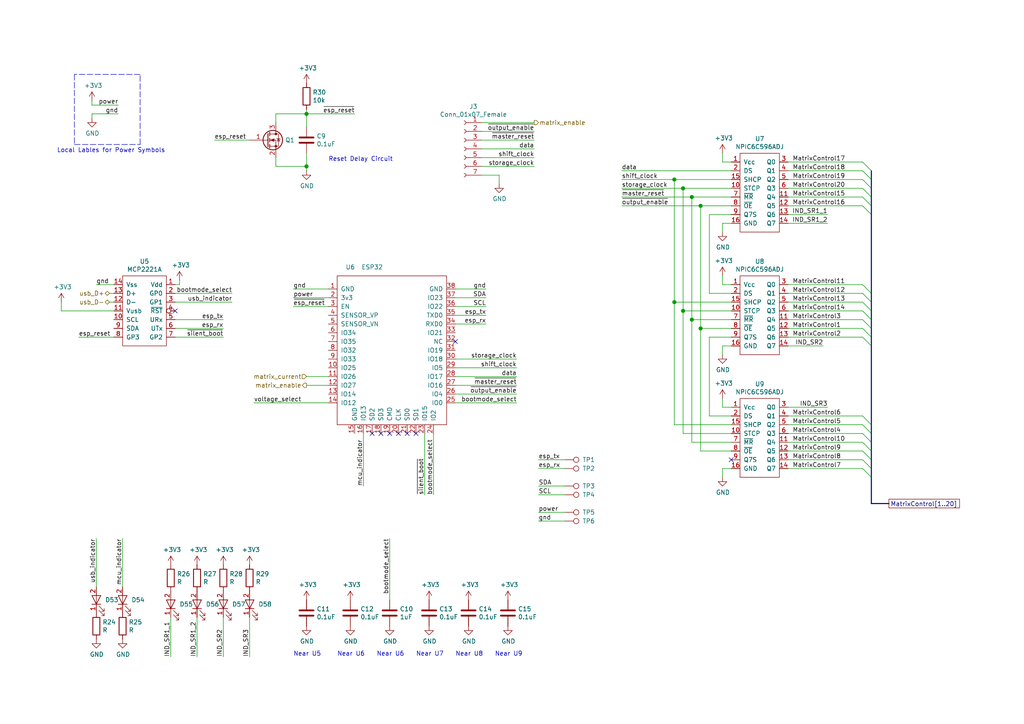
<source format=kicad_sch>
(kicad_sch (version 20201015) (generator eeschema)
  (page 1 14)
  (paper "A4")
  (lib_symbols
    (symbol "Connector:Conn_01x07_Female" (pin_names (offset 1.016) hide)
      (property "Reference" "J" (at 0 10.16 0))
      (property "Value" "Conn_01x07_Female" (at 0 -10.16 0))
      (symbol "Conn_01x07_Female_1_1"
        (arc (start 0 -7.112) (end 0 -8.128) (radius (at 0 -7.62) (length 0.508) (angles 90.1 -90.1)) (stroke (width 0.1524)))
        (arc (start 0 -4.572) (end 0 -5.588) (radius (at 0 -5.08) (length 0.508) (angles 90.1 -90.1)) (stroke (width 0.1524)))
        (arc (start 0 -2.032) (end 0 -3.048) (radius (at 0 -2.54) (length 0.508) (angles 90.1 -90.1)) (stroke (width 0.1524)))
        (arc (start 0 0.508) (end 0 -0.508) (radius (at 0 0) (length 0.508) (angles 90.1 -90.1)) (stroke (width 0.1524)))
        (arc (start 0 3.048) (end 0 2.032) (radius (at 0 2.54) (length 0.508) (angles 90.1 -90.1)) (stroke (width 0.1524)))
        (arc (start 0 5.588) (end 0 4.572) (radius (at 0 5.08) (length 0.508) (angles 90.1 -90.1)) (stroke (width 0.1524)))
        (arc (start 0 8.128) (end 0 7.112) (radius (at 0 7.62) (length 0.508) (angles 90.1 -90.1)) (stroke (width 0.1524)))
        (polyline (pts (xy -1.27 -7.62) (xy -0.508 -7.62)) (stroke (width 0.1524)))
        (polyline (pts (xy -1.27 -5.08) (xy -0.508 -5.08)) (stroke (width 0.1524)))
        (polyline (pts (xy -1.27 -2.54) (xy -0.508 -2.54)) (stroke (width 0.1524)))
        (polyline (pts (xy -1.27 0) (xy -0.508 0)) (stroke (width 0.1524)))
        (polyline (pts (xy -1.27 2.54) (xy -0.508 2.54)) (stroke (width 0.1524)))
        (polyline (pts (xy -1.27 5.08) (xy -0.508 5.08)) (stroke (width 0.1524)))
        (polyline (pts (xy -1.27 7.62) (xy -0.508 7.62)) (stroke (width 0.1524)))
        (pin passive line (at -5.08 7.62 0) (length 3.81) (name "Pin_1") (number "1"))
        (pin passive line (at -5.08 5.08 0) (length 3.81) (name "Pin_2") (number "2"))
        (pin passive line (at -5.08 2.54 0) (length 3.81) (name "Pin_3") (number "3"))
        (pin passive line (at -5.08 0 0) (length 3.81) (name "Pin_4") (number "4"))
        (pin passive line (at -5.08 -2.54 0) (length 3.81) (name "Pin_5") (number "5"))
        (pin passive line (at -5.08 -5.08 0) (length 3.81) (name "Pin_6") (number "6"))
        (pin passive line (at -5.08 -7.62 0) (length 3.81) (name "Pin_7") (number "7"))
      )
    )
    (symbol "Connector:TestPoint" (pin_numbers hide) (pin_names (offset 0.762) hide)
      (property "Reference" "TP" (at 0 6.858 0))
      (property "Value" "TestPoint" (at 0 5.08 0))
      (symbol "TestPoint_0_1"
        (circle (center 0 3.302) (radius 0.762))
      )
      (symbol "TestPoint_1_1"
        (pin passive line (at 0 0 90) (length 2.54) (name "1") (number "1"))
      )
    )
    (symbol "Custom-Symbols:DMN62D0U-7" (pin_names (offset 1.016) hide)
      (property "Reference" "Q" (at -8.89 17.78 0))
      (property "Value" "DMN62D0U-7" (at -1.27 17.78 0))
      (symbol "DMN62D0U-7_1_1"
        (circle (center -0.889 0) (radius 2.8194) (stroke (width 0.254)))
        (circle (center 0 -1.778) (radius 0.2794) (fill (type outline)))
        (circle (center 0 1.778) (radius 0.2794) (fill (type outline)))
        (polyline (pts (xy -2.4892 0) (xy -2.286 0)))
        (polyline (pts (xy -1.778 -1.778) (xy 0 -1.778)))
        (polyline (pts (xy -1.778 -1.27) (xy -1.778 -2.286)) (stroke (width 0.254)))
        (polyline (pts (xy -1.778 0) (xy 0 0)))
        (polyline (pts (xy -1.778 0.508) (xy -1.778 -0.508)) (stroke (width 0.254)))
        (polyline (pts (xy -1.778 1.778) (xy 0 1.778)))
        (polyline (pts (xy -1.778 2.286) (xy -1.778 1.27)) (stroke (width 0.254)))
        (polyline (pts (xy 0 -1.778) (xy 0 -2.54)))
        (polyline (pts (xy 0 -1.778) (xy 0 0)))
        (polyline (pts (xy 0 2.54) (xy 0 1.778)))
        (polyline (pts (xy -2.286 1.905) (xy -2.286 -1.905) (xy -2.286 -1.905)) (stroke (width 0.254)))
        (polyline (pts (xy -1.524 0) (xy -0.508 0.381) (xy -0.508 -0.381) (xy -1.524 0)) (fill (type outline)))
        (polyline (pts (xy 0 -1.778) (xy 0.762 -1.778) (xy 0.762 1.778) (xy 0 1.778)))
        (polyline (pts (xy 0.254 0.508) (xy 0.381 0.381) (xy 1.143 0.381) (xy 1.27 0.254)))
        (polyline (pts (xy 0.762 0.381) (xy 0.381 -0.254) (xy 1.143 -0.254) (xy 0.762 0.381)))
        (pin input line (at -7.62 0 0) (length 5.08) (name "G") (number "1"))
        (pin passive line (at 0 -5.08 90) (length 2.54) (name "S") (number "2"))
        (pin passive line (at 0 5.08 270) (length 2.54) (name "D") (number "3"))
      )
    )
    (symbol "Custom-Symbols:ESP32" (pin_names (offset 1.016))
      (property "Reference" "U" (at -6.604 24.892 0))
      (property "Value" "ESP32" (at -12.954 24.892 0))
      (symbol "ESP32_0_1"
        (rectangle (start -16.51 22.86) (end 15.24 -20.32))
      )
      (symbol "ESP32_1_1"
        (pin input line (at -19.05 19.05 0) (length 2.54) (name "GND") (number "1"))
        (pin input line (at -19.05 -3.81 0) (length 2.54) (name "IO25") (number "10"))
        (pin input line (at -19.05 -6.35 0) (length 2.54) (name "IO26") (number "11"))
        (pin input line (at -19.05 -8.89 0) (length 2.54) (name "IO27") (number "12"))
        (pin input line (at -19.05 -11.43 0) (length 2.54) (name "IO14") (number "13"))
        (pin input line (at -19.05 -13.97 0) (length 2.54) (name "IO12") (number "14"))
        (pin input line (at -11.43 -22.86 90) (length 2.54) (name "GND") (number "15"))
        (pin input line (at -8.89 -22.86 90) (length 2.54) (name "IO13") (number "16"))
        (pin input line (at -6.35 -22.86 90) (length 2.54) (name "SD2") (number "17"))
        (pin input line (at -3.81 -22.86 90) (length 2.54) (name "SD3") (number "18"))
        (pin input line (at -1.27 -22.86 90) (length 2.54) (name "CMD") (number "19"))
        (pin input line (at -19.05 16.51 0) (length 2.54) (name "3v3") (number "2"))
        (pin input line (at 1.27 -22.86 90) (length 2.54) (name "CLK") (number "20"))
        (pin input line (at 3.81 -22.86 90) (length 2.54) (name "SD0") (number "21"))
        (pin input line (at 6.35 -22.86 90) (length 2.54) (name "SD1") (number "22"))
        (pin input line (at 8.89 -22.86 90) (length 2.54) (name "IO15") (number "23"))
        (pin input line (at 11.43 -22.86 90) (length 2.54) (name "IO2") (number "24"))
        (pin input line (at 17.78 -13.97 180) (length 2.54) (name "IO0") (number "25"))
        (pin input line (at 17.78 -11.43 180) (length 2.54) (name "IO4") (number "26"))
        (pin input line (at 17.78 -8.89 180) (length 2.54) (name "IO16") (number "27"))
        (pin input line (at 17.78 -6.35 180) (length 2.54) (name "IO17") (number "28"))
        (pin input line (at 17.78 -3.81 180) (length 2.54) (name "IO5") (number "29"))
        (pin input line (at -19.05 13.97 0) (length 2.54) (name "EN") (number "3"))
        (pin input line (at 17.78 -1.27 180) (length 2.54) (name "IO18") (number "30"))
        (pin input line (at 17.78 1.27 180) (length 2.54) (name "IO19") (number "31"))
        (pin input line (at 17.78 3.81 180) (length 2.54) (name "NC") (number "32"))
        (pin input line (at 17.78 6.35 180) (length 2.54) (name "IO21") (number "33"))
        (pin input line (at 17.78 8.89 180) (length 2.54) (name "RXD0") (number "34"))
        (pin input line (at 17.78 11.43 180) (length 2.54) (name "TXD0") (number "35"))
        (pin input line (at 17.78 13.97 180) (length 2.54) (name "IO22") (number "36"))
        (pin input line (at 17.78 16.51 180) (length 2.54) (name "IO23") (number "37"))
        (pin input line (at 17.78 19.05 180) (length 2.54) (name "GND") (number "38"))
        (pin input line (at -19.05 11.43 0) (length 2.54) (name "SENSOR_VP") (number "4"))
        (pin input line (at -19.05 8.89 0) (length 2.54) (name "SENSOR_VN") (number "5"))
        (pin input line (at -19.05 6.35 0) (length 2.54) (name "IO34") (number "6"))
        (pin input line (at -19.05 3.81 0) (length 2.54) (name "IO35") (number "7"))
        (pin input line (at -19.05 1.27 0) (length 2.54) (name "IO32") (number "8"))
        (pin input line (at -19.05 -1.27 0) (length 2.54) (name "IO33") (number "9"))
      )
    )
    (symbol "Custom-Symbols:LED_Green" (pin_names (offset 1.016))
      (property "Reference" "D" (at 3.81 3.81 0))
      (property "Value" "LED_Green" (at -3.81 3.81 0))
      (symbol "LED_Green_1_1"
        (polyline (pts (xy -1.27 -1.27) (xy -1.27 1.27)) (stroke (width 0.2032)))
        (polyline (pts (xy -1.27 0) (xy 1.27 0)))
        (polyline (pts (xy 1.27 -1.27) (xy 1.27 1.27) (xy -1.27 0) (xy 1.27 -1.27)) (stroke (width 0.2032)))
        (polyline (pts (xy -3.048 -0.762) (xy -4.572 -2.286) (xy -3.81 -2.286) (xy -4.572 -2.286) (xy -4.572 -1.524)))
        (polyline (pts (xy -1.778 -0.762) (xy -3.302 -2.286) (xy -2.54 -2.286) (xy -3.302 -2.286) (xy -3.302 -1.524)))
        (pin passive line (at -3.81 0 0) (length 2.54) (name "~") (number "1"))
        (pin passive line (at 3.81 0 180) (length 2.54) (name "~") (number "2"))
      )
    )
    (symbol "Custom-Symbols:MCP2221A" (pin_names (offset 1.016))
      (property "Reference" "U" (at 6.35 12.7 0))
      (property "Value" "MCP2221A" (at -1.27 12.7 0))
      (symbol "MCP2221A_0_1"
        (rectangle (start -6.35 10.16) (end 6.35 -10.16))
      )
      (symbol "MCP2221A_1_1"
        (pin power_in line (at -8.89 7.62 0) (length 2.54) (name "Vdd") (number "1"))
        (pin output line (at 8.89 -2.54 180) (length 2.54) (name "SCL") (number "10"))
        (pin power_out line (at 8.89 0 180) (length 2.54) (name "Vusb") (number "11"))
        (pin bidirectional line (at 8.89 2.54 180) (length 2.54) (name "D-") (number "12"))
        (pin bidirectional line (at 8.89 5.08 180) (length 2.54) (name "D+") (number "13"))
        (pin power_in line (at 8.89 7.62 180) (length 2.54) (name "Vss") (number "14"))
        (pin output line (at -8.89 5.08 0) (length 2.54) (name "GP0") (number "2"))
        (pin output line (at -8.89 2.54 0) (length 2.54) (name "GP1") (number "3"))
        (pin input inverted (at -8.89 0 0) (length 2.54) (name "~RST") (number "4"))
        (pin input line (at -8.89 -2.54 0) (length 2.54) (name "URx") (number "5"))
        (pin output line (at -8.89 -5.08 0) (length 2.54) (name "UTx") (number "6"))
        (pin output line (at -8.89 -7.62 0) (length 2.54) (name "GP2") (number "7"))
        (pin output line (at 8.89 -7.62 180) (length 2.54) (name "GP3") (number "8"))
        (pin bidirectional line (at 8.89 -5.08 180) (length 2.54) (name "SDA") (number "9"))
      )
    )
    (symbol "Custom-Symbols:NPIC6C596ADJ" (pin_names (offset 1.016))
      (property "Reference" "U" (at -3.81 16.51 0))
      (property "Value" "NPIC6C596ADJ" (at 0 13.97 0))
      (symbol "NPIC6C596ADJ_0_1"
        (rectangle (start -6.35 11.43) (end 5.08 -11.43))
      )
      (symbol "NPIC6C596ADJ_1_1"
        (pin power_in line (at -8.89 8.89 0) (length 2.54) (name "Vcc") (number "1"))
        (pin input line (at -8.89 1.27 0) (length 2.54) (name "STCP") (number "10"))
        (pin open_collector line (at 7.62 -1.27 180) (length 2.54) (name "Q4") (number "11"))
        (pin open_collector line (at 7.62 -3.81 180) (length 2.54) (name "Q5") (number "12"))
        (pin open_collector line (at 7.62 -6.35 180) (length 2.54) (name "Q6") (number "13"))
        (pin open_collector line (at 7.62 -8.89 180) (length 2.54) (name "Q7") (number "14"))
        (pin input line (at -8.89 3.81 0) (length 2.54) (name "SHCP") (number "15"))
        (pin power_in line (at -8.89 -8.89 0) (length 2.54) (name "GND") (number "16"))
        (pin input line (at -8.89 6.35 0) (length 2.54) (name "DS") (number "2"))
        (pin open_collector line (at 7.62 8.89 180) (length 2.54) (name "Q0") (number "3"))
        (pin open_collector line (at 7.62 6.35 180) (length 2.54) (name "Q1") (number "4"))
        (pin open_collector line (at 7.62 3.81 180) (length 2.54) (name "Q2") (number "5"))
        (pin open_collector line (at 7.62 1.27 180) (length 2.54) (name "Q3") (number "6"))
        (pin input line (at -8.89 -1.27 0) (length 2.54) (name "~MR") (number "7"))
        (pin input line (at -8.89 -3.81 0) (length 2.54) (name "~OE") (number "8"))
        (pin output line (at -8.89 -6.35 0) (length 2.54) (name "Q7S") (number "9"))
      )
    )
    (symbol "Device:C" (pin_numbers hide) (pin_names (offset 0.254))
      (property "Reference" "C" (at 0.635 2.54 0))
      (property "Value" "C" (at 0.635 -2.54 0))
      (symbol "C_0_1"
        (polyline (pts (xy -2.032 -0.762) (xy 2.032 -0.762)) (stroke (width 0.508)))
        (polyline (pts (xy -2.032 0.762) (xy 2.032 0.762)) (stroke (width 0.508)))
      )
      (symbol "C_1_1"
        (pin passive line (at 0 3.81 270) (length 2.794) (name "~") (number "1"))
        (pin passive line (at 0 -3.81 90) (length 2.794) (name "~") (number "2"))
      )
    )
    (symbol "Device:R" (pin_numbers hide) (pin_names (offset 0))
      (property "Reference" "R" (at 2.032 0 90))
      (property "Value" "R" (at 0 0 90))
      (symbol "R_0_1"
        (rectangle (start -1.016 -2.54) (end 1.016 2.54) (stroke (width 0.254)))
      )
      (symbol "R_1_1"
        (pin passive line (at 0 3.81 270) (length 1.27) (name "~") (number "1"))
        (pin passive line (at 0 -3.81 90) (length 1.27) (name "~") (number "2"))
      )
    )
    (symbol "power:+3.3V" (power) (pin_names (offset 0))
      (property "Value" "+3.3V" (at 0 3.556 0))
      (symbol "+3.3V_0_1"
        (polyline (pts (xy -0.762 1.27) (xy 0 2.54)))
        (polyline (pts (xy 0 0) (xy 0 2.54)))
        (polyline (pts (xy 0 2.54) (xy 0.762 1.27)))
      )
      (symbol "+3.3V_1_1"
        (pin power_in line (at 0 0 90) (length 0) hide (name "+3V3") (number "1"))
      )
    )
    (symbol "power:GND" (power) (pin_names (offset 0))
      (property "Value" "GND" (at 0 -3.81 0))
      (symbol "GND_0_1"
        (polyline (pts (xy 0 0) (xy 0 -1.27) (xy 1.27 -1.27) (xy 0 -2.54) (xy -1.27 -1.27) (xy 0 -1.27)))
      )
      (symbol "GND_1_1"
        (pin power_in line (at 0 0 270) (length 0) hide (name "GND") (number "1"))
      )
    )
  )
  (junction (at 88.9 33.02) (diameter 1.016))
  (junction (at 88.9 48.26) (diameter 1.016))
  (junction (at 195.58 52.07) (diameter 1.016))
  (junction (at 195.58 87.63) (diameter 1.016))
  (junction (at 198.12 54.61) (diameter 1.016))
  (junction (at 198.12 90.17) (diameter 1.016))
  (junction (at 200.66 57.15) (diameter 1.016))
  (junction (at 200.66 92.71) (diameter 1.016))
  (junction (at 203.2 59.69) (diameter 1.016))
  (junction (at 203.2 95.25) (diameter 1.016))
  (no_connect (at 50.8 90.17))
  (no_connect (at 113.03 125.73))
  (no_connect (at 120.65 125.73))
  (no_connect (at 115.57 125.73))
  (no_connect (at 132.08 99.06))
  (no_connect (at 212.09 133.35))
  (no_connect (at 118.11 125.73))
  (no_connect (at 107.95 125.73))
  (no_connect (at 110.49 125.73))
  (bus_entry (at 250.19 46.99) (size 2.54 2.54) (stroke (width 0.1524)))
  (bus_entry (at 250.19 49.53) (size 2.54 2.54) (stroke (width 0.1524)))
  (bus_entry (at 250.19 52.07) (size 2.54 2.54) (stroke (width 0.1524)))
  (bus_entry (at 250.19 54.61) (size 2.54 2.54) (stroke (width 0.1524)))
  (bus_entry (at 250.19 57.15) (size 2.54 2.54) (stroke (width 0.1524)))
  (bus_entry (at 250.19 59.69) (size 2.54 2.54) (stroke (width 0.1524)))
  (bus_entry (at 250.19 82.55) (size 2.54 2.54) (stroke (width 0.1524)))
  (bus_entry (at 250.19 85.09) (size 2.54 2.54) (stroke (width 0.1524)))
  (bus_entry (at 250.19 87.63) (size 2.54 2.54) (stroke (width 0.1524)))
  (bus_entry (at 250.19 90.17) (size 2.54 2.54) (stroke (width 0.1524)))
  (bus_entry (at 250.19 92.71) (size 2.54 2.54) (stroke (width 0.1524)))
  (bus_entry (at 250.19 95.25) (size 2.54 2.54) (stroke (width 0.1524)))
  (bus_entry (at 250.19 97.79) (size 2.54 2.54) (stroke (width 0.1524)))
  (bus_entry (at 250.19 120.65) (size 2.54 2.54) (stroke (width 0.1524)))
  (bus_entry (at 250.19 123.19) (size 2.54 2.54) (stroke (width 0.1524)))
  (bus_entry (at 250.19 125.73) (size 2.54 2.54) (stroke (width 0.1524)))
  (bus_entry (at 250.19 128.27) (size 2.54 2.54) (stroke (width 0.1524)))
  (bus_entry (at 250.19 130.81) (size 2.54 2.54) (stroke (width 0.1524)))
  (bus_entry (at 250.19 133.35) (size 2.54 2.54) (stroke (width 0.1524)))
  (bus_entry (at 250.19 135.89) (size 2.54 2.54) (stroke (width 0.1524)))
  (wire (pts (xy 17.78 87.63) (xy 17.78 90.17)))
  (wire (pts (xy 22.86 97.79) (xy 33.02 97.79)))
  (wire (pts (xy 26.67 29.21) (xy 26.67 30.48)))
  (wire (pts (xy 26.67 30.48) (xy 34.29 30.48)))
  (wire (pts (xy 26.67 33.02) (xy 34.29 33.02)))
  (wire (pts (xy 26.67 34.29) (xy 26.67 33.02)))
  (wire (pts (xy 27.94 156.21) (xy 27.94 170.18)))
  (wire (pts (xy 33.02 82.55) (xy 27.94 82.55)))
  (wire (pts (xy 33.02 85.09) (xy 31.75 85.09)))
  (wire (pts (xy 33.02 87.63) (xy 31.75 87.63)))
  (wire (pts (xy 33.02 90.17) (xy 17.78 90.17)))
  (wire (pts (xy 35.56 156.21) (xy 35.56 170.18)))
  (wire (pts (xy 49.53 190.5) (xy 49.53 179.07)))
  (wire (pts (xy 50.8 82.55) (xy 52.07 82.55)))
  (wire (pts (xy 50.8 85.09) (xy 67.31 85.09)))
  (wire (pts (xy 50.8 87.63) (xy 67.31 87.63)))
  (wire (pts (xy 50.8 92.71) (xy 64.77 92.71)))
  (wire (pts (xy 50.8 95.25) (xy 64.77 95.25)))
  (wire (pts (xy 50.8 97.79) (xy 64.77 97.79)))
  (wire (pts (xy 52.07 82.55) (xy 52.07 81.28)))
  (wire (pts (xy 57.15 190.5) (xy 57.15 179.07)))
  (wire (pts (xy 64.77 190.5) (xy 64.77 179.07)))
  (wire (pts (xy 72.39 40.64) (xy 62.23 40.64)))
  (wire (pts (xy 72.39 190.5) (xy 72.39 179.07)))
  (wire (pts (xy 80.01 33.02) (xy 88.9 33.02)))
  (wire (pts (xy 80.01 35.56) (xy 80.01 33.02)))
  (wire (pts (xy 80.01 45.72) (xy 80.01 48.26)))
  (wire (pts (xy 80.01 48.26) (xy 88.9 48.26)))
  (wire (pts (xy 85.09 83.82) (xy 95.25 83.82)))
  (wire (pts (xy 85.09 86.36) (xy 95.25 86.36)))
  (wire (pts (xy 88.9 31.75) (xy 88.9 33.02)))
  (wire (pts (xy 88.9 33.02) (xy 88.9 36.83)))
  (wire (pts (xy 88.9 33.02) (xy 102.87 33.02)))
  (wire (pts (xy 88.9 44.45) (xy 88.9 48.26)))
  (wire (pts (xy 88.9 48.26) (xy 88.9 49.53)))
  (wire (pts (xy 88.9 109.22) (xy 95.25 109.22)))
  (wire (pts (xy 95.25 88.9) (xy 85.09 88.9)))
  (wire (pts (xy 95.25 111.76) (xy 88.9 111.76)))
  (wire (pts (xy 95.25 116.84) (xy 73.66 116.84)))
  (wire (pts (xy 105.41 140.97) (xy 105.41 125.73)))
  (wire (pts (xy 113.03 156.21) (xy 113.03 173.99)))
  (wire (pts (xy 123.19 125.73) (xy 123.19 143.51)))
  (wire (pts (xy 125.73 125.73) (xy 125.73 143.51)))
  (wire (pts (xy 132.08 86.36) (xy 140.97 86.36)))
  (wire (pts (xy 132.08 88.9) (xy 140.97 88.9)))
  (wire (pts (xy 132.08 91.44) (xy 140.97 91.44)))
  (wire (pts (xy 132.08 93.98) (xy 140.97 93.98)))
  (wire (pts (xy 132.08 104.14) (xy 149.86 104.14)))
  (wire (pts (xy 132.08 106.68) (xy 149.86 106.68)))
  (wire (pts (xy 132.08 109.22) (xy 149.86 109.22)))
  (wire (pts (xy 132.08 111.76) (xy 149.86 111.76)))
  (wire (pts (xy 132.08 114.3) (xy 149.86 114.3)))
  (wire (pts (xy 132.08 116.84) (xy 149.86 116.84)))
  (wire (pts (xy 139.7 35.56) (xy 154.94 35.56)))
  (wire (pts (xy 139.7 38.1) (xy 154.94 38.1)))
  (wire (pts (xy 139.7 40.64) (xy 154.94 40.64)))
  (wire (pts (xy 139.7 43.18) (xy 154.94 43.18)))
  (wire (pts (xy 139.7 45.72) (xy 154.94 45.72)))
  (wire (pts (xy 139.7 48.26) (xy 154.94 48.26)))
  (wire (pts (xy 139.7 50.8) (xy 144.78 50.8)))
  (wire (pts (xy 140.97 83.82) (xy 132.08 83.82)))
  (wire (pts (xy 144.78 50.8) (xy 144.78 53.34)))
  (wire (pts (xy 156.21 133.35) (xy 163.83 133.35)))
  (wire (pts (xy 156.21 135.89) (xy 163.83 135.89)))
  (wire (pts (xy 156.21 140.97) (xy 163.83 140.97)))
  (wire (pts (xy 156.21 143.51) (xy 163.83 143.51)))
  (wire (pts (xy 163.83 148.59) (xy 156.21 148.59)))
  (wire (pts (xy 163.83 151.13) (xy 156.21 151.13)))
  (wire (pts (xy 195.58 52.07) (xy 180.34 52.07)))
  (wire (pts (xy 195.58 52.07) (xy 212.09 52.07)))
  (wire (pts (xy 195.58 87.63) (xy 195.58 52.07)))
  (wire (pts (xy 195.58 123.19) (xy 195.58 87.63)))
  (wire (pts (xy 198.12 54.61) (xy 180.34 54.61)))
  (wire (pts (xy 198.12 54.61) (xy 198.12 90.17)))
  (wire (pts (xy 198.12 90.17) (xy 212.09 90.17)))
  (wire (pts (xy 198.12 125.73) (xy 198.12 90.17)))
  (wire (pts (xy 200.66 57.15) (xy 180.34 57.15)))
  (wire (pts (xy 200.66 57.15) (xy 200.66 92.71)))
  (wire (pts (xy 200.66 92.71) (xy 212.09 92.71)))
  (wire (pts (xy 200.66 128.27) (xy 200.66 92.71)))
  (wire (pts (xy 203.2 59.69) (xy 180.34 59.69)))
  (wire (pts (xy 203.2 59.69) (xy 203.2 95.25)))
  (wire (pts (xy 203.2 95.25) (xy 203.2 130.81)))
  (wire (pts (xy 203.2 130.81) (xy 212.09 130.81)))
  (wire (pts (xy 205.74 62.23) (xy 205.74 85.09)))
  (wire (pts (xy 205.74 85.09) (xy 212.09 85.09)))
  (wire (pts (xy 205.74 97.79) (xy 205.74 120.65)))
  (wire (pts (xy 205.74 120.65) (xy 212.09 120.65)))
  (wire (pts (xy 209.55 46.99) (xy 209.55 44.45)))
  (wire (pts (xy 209.55 64.77) (xy 209.55 67.31)))
  (wire (pts (xy 209.55 82.55) (xy 209.55 80.01)))
  (wire (pts (xy 209.55 100.33) (xy 209.55 102.87)))
  (wire (pts (xy 209.55 118.11) (xy 209.55 115.57)))
  (wire (pts (xy 209.55 135.89) (xy 209.55 138.43)))
  (wire (pts (xy 212.09 46.99) (xy 209.55 46.99)))
  (wire (pts (xy 212.09 49.53) (xy 180.34 49.53)))
  (wire (pts (xy 212.09 54.61) (xy 198.12 54.61)))
  (wire (pts (xy 212.09 57.15) (xy 200.66 57.15)))
  (wire (pts (xy 212.09 59.69) (xy 203.2 59.69)))
  (wire (pts (xy 212.09 62.23) (xy 205.74 62.23)))
  (wire (pts (xy 212.09 64.77) (xy 209.55 64.77)))
  (wire (pts (xy 212.09 82.55) (xy 209.55 82.55)))
  (wire (pts (xy 212.09 87.63) (xy 195.58 87.63)))
  (wire (pts (xy 212.09 95.25) (xy 203.2 95.25)))
  (wire (pts (xy 212.09 97.79) (xy 205.74 97.79)))
  (wire (pts (xy 212.09 100.33) (xy 209.55 100.33)))
  (wire (pts (xy 212.09 118.11) (xy 209.55 118.11)))
  (wire (pts (xy 212.09 123.19) (xy 195.58 123.19)))
  (wire (pts (xy 212.09 125.73) (xy 198.12 125.73)))
  (wire (pts (xy 212.09 128.27) (xy 200.66 128.27)))
  (wire (pts (xy 212.09 135.89) (xy 209.55 135.89)))
  (wire (pts (xy 228.6 46.99) (xy 250.19 46.99)))
  (wire (pts (xy 228.6 49.53) (xy 250.19 49.53)))
  (wire (pts (xy 228.6 52.07) (xy 250.19 52.07)))
  (wire (pts (xy 228.6 54.61) (xy 250.19 54.61)))
  (wire (pts (xy 228.6 57.15) (xy 250.19 57.15)))
  (wire (pts (xy 228.6 59.69) (xy 250.19 59.69)))
  (wire (pts (xy 228.6 62.23) (xy 240.03 62.23)))
  (wire (pts (xy 228.6 82.55) (xy 250.19 82.55)))
  (wire (pts (xy 228.6 87.63) (xy 250.19 87.63)))
  (wire (pts (xy 228.6 92.71) (xy 250.19 92.71)))
  (wire (pts (xy 228.6 95.25) (xy 250.19 95.25)))
  (wire (pts (xy 228.6 97.79) (xy 250.19 97.79)))
  (wire (pts (xy 228.6 120.65) (xy 250.19 120.65)))
  (wire (pts (xy 228.6 123.19) (xy 250.19 123.19)))
  (wire (pts (xy 228.6 125.73) (xy 250.19 125.73)))
  (wire (pts (xy 228.6 128.27) (xy 250.19 128.27)))
  (wire (pts (xy 228.6 130.81) (xy 250.19 130.81)))
  (wire (pts (xy 228.6 133.35) (xy 250.19 133.35)))
  (wire (pts (xy 228.6 135.89) (xy 250.19 135.89)))
  (wire (pts (xy 238.76 100.33) (xy 228.6 100.33)))
  (wire (pts (xy 240.03 64.77) (xy 228.6 64.77)))
  (wire (pts (xy 240.03 118.11) (xy 228.6 118.11)))
  (wire (pts (xy 250.19 85.09) (xy 228.6 85.09)))
  (wire (pts (xy 250.19 90.17) (xy 228.6 90.17)))
  (bus (pts (xy 252.73 49.53) (xy 252.73 52.07)))
  (bus (pts (xy 252.73 52.07) (xy 252.73 54.61)))
  (bus (pts (xy 252.73 54.61) (xy 252.73 57.15)))
  (bus (pts (xy 252.73 57.15) (xy 252.73 59.69)))
  (bus (pts (xy 252.73 59.69) (xy 252.73 62.23)))
  (bus (pts (xy 252.73 62.23) (xy 252.73 85.09)))
  (bus (pts (xy 252.73 85.09) (xy 252.73 87.63)))
  (bus (pts (xy 252.73 87.63) (xy 252.73 90.17)))
  (bus (pts (xy 252.73 90.17) (xy 252.73 92.71)))
  (bus (pts (xy 252.73 92.71) (xy 252.73 95.25)))
  (bus (pts (xy 252.73 95.25) (xy 252.73 97.79)))
  (bus (pts (xy 252.73 97.79) (xy 252.73 100.33)))
  (bus (pts (xy 252.73 100.33) (xy 252.73 123.19)))
  (bus (pts (xy 252.73 123.19) (xy 252.73 125.73)))
  (bus (pts (xy 252.73 125.73) (xy 252.73 128.27)))
  (bus (pts (xy 252.73 128.27) (xy 252.73 130.81)))
  (bus (pts (xy 252.73 130.81) (xy 252.73 133.35)))
  (bus (pts (xy 252.73 133.35) (xy 252.73 135.89)))
  (bus (pts (xy 252.73 135.89) (xy 252.73 138.43)))
  (bus (pts (xy 252.73 138.43) (xy 252.73 146.05)))
  (bus (pts (xy 252.73 146.05) (xy 257.81 146.05)))
  (polyline (pts (xy 21.59 21.59) (xy 21.59 41.91)) (stroke (width 0) (type dash)))
  (polyline (pts (xy 21.59 41.91) (xy 40.64 41.91)) (stroke (width 0) (type dash)))
  (polyline (pts (xy 40.64 21.59) (xy 21.59 21.59)) (stroke (width 0) (type dash)))
  (polyline (pts (xy 40.64 41.91) (xy 40.64 21.59)) (stroke (width 0) (type dash)))
  (text "Local Lables for Power Symbols" (at 16.51 44.45 0) (effects (font (size 1.27 1.27)) (justify left bottom)))
  (text "Near U5" (at 85.09 190.5 0) (effects (font (size 1.27 1.27)) (justify left bottom)))
  (text "Reset Delay Circuit" (at 95.25 46.99 0) (effects (font (size 1.27 1.27)) (justify left bottom)))
  (text "Near U6" (at 97.79 190.5 0) (effects (font (size 1.27 1.27)) (justify left bottom)))
  (text "Near U6" (at 109.22 190.5 0) (effects (font (size 1.27 1.27)) (justify left bottom)))
  (text "Near U7" (at 120.65 190.5 0) (effects (font (size 1.27 1.27)) (justify left bottom)))
  (text "Near U8" (at 132.08 190.5 0) (effects (font (size 1.27 1.27)) (justify left bottom)))
  (text "Near U9" (at 143.51 190.5 0) (effects (font (size 1.27 1.27)) (justify left bottom)))
  (label "esp_reset" (at 22.86 97.79 0))
  (label "gnd" (at 27.94 82.55 0))
  (label "usb_indicator" (at 27.94 156.21 270))
  (label "power" (at 34.29 30.48 180))
  (label "gnd" (at 34.29 33.02 180))
  (label "mcu_indicator" (at 35.56 156.21 270))
  (label "IND_SR1_1" (at 49.53 190.5 90))
  (label "IND_SR1_2" (at 57.15 190.5 90))
  (label "esp_reset" (at 62.23 40.64 0))
  (label "esp_tx" (at 64.77 92.71 180))
  (label "esp_rx" (at 64.77 95.25 180))
  (label "~silent_boot" (at 64.77 97.79 180))
  (label "IND_SR2" (at 64.77 190.5 90))
  (label "bootmode_select" (at 67.31 85.09 180))
  (label "usb_indicator" (at 67.31 87.63 180))
  (label "IND_SR3" (at 72.39 190.5 90))
  (label "voltage_select" (at 73.66 116.84 0))
  (label "gnd" (at 85.09 83.82 0))
  (label "power" (at 85.09 86.36 0))
  (label "~esp_reset" (at 85.09 88.9 0))
  (label "~esp_reset" (at 102.87 33.02 180))
  (label "mcu_indicator" (at 105.41 140.97 90))
  (label "bootmode_select" (at 113.03 156.21 270))
  (label "~silent_boot" (at 123.19 143.51 90))
  (label "bootmode_select" (at 125.73 143.51 90))
  (label "gnd" (at 140.97 83.82 180))
  (label "SDA" (at 140.97 86.36 180))
  (label "SCL" (at 140.97 88.9 180))
  (label "esp_tx" (at 140.97 91.44 180))
  (label "esp_rx" (at 140.97 93.98 180))
  (label "storage_clock" (at 149.86 104.14 180))
  (label "shift_clock" (at 149.86 106.68 180))
  (label "data" (at 149.86 109.22 180))
  (label "~master_reset" (at 149.86 111.76 180))
  (label "~output_enable" (at 149.86 114.3 180))
  (label "bootmode_select" (at 149.86 116.84 180))
  (label "~output_enable" (at 154.94 38.1 180))
  (label "~master_reset" (at 154.94 40.64 180))
  (label "data" (at 154.94 43.18 180))
  (label "shift_clock" (at 154.94 45.72 180))
  (label "storage_clock" (at 154.94 48.26 180))
  (label "esp_tx" (at 156.21 133.35 0))
  (label "esp_rx" (at 156.21 135.89 0))
  (label "SDA" (at 156.21 140.97 0))
  (label "SCL" (at 156.21 143.51 0))
  (label "power" (at 156.21 148.59 0))
  (label "gnd" (at 156.21 151.13 0))
  (label "data" (at 180.34 49.53 0))
  (label "shift_clock" (at 180.34 52.07 0))
  (label "storage_clock" (at 180.34 54.61 0))
  (label "~master_reset" (at 180.34 57.15 0))
  (label "~output_enable" (at 180.34 59.69 0))
  (label "MatrixControl17" (at 229.87 46.99 0))
  (label "MatrixControl18" (at 229.87 49.53 0))
  (label "MatrixControl19" (at 229.87 52.07 0))
  (label "MatrixControl20" (at 229.87 54.61 0))
  (label "MatrixControl15" (at 229.87 57.15 0))
  (label "MatrixControl16" (at 229.87 59.69 0))
  (label "MatrixControl11" (at 229.87 82.55 0))
  (label "MatrixControl12" (at 229.87 85.09 0))
  (label "MatrixControl13" (at 229.87 87.63 0))
  (label "MatrixControl14" (at 229.87 90.17 0))
  (label "MatrixControl3" (at 229.87 92.71 0))
  (label "MatrixControl1" (at 229.87 95.25 0))
  (label "MatrixControl2" (at 229.87 97.79 0))
  (label "MatrixControl6" (at 229.87 120.65 0))
  (label "MatrixControl5" (at 229.87 123.19 0))
  (label "MatrixControl4" (at 229.87 125.73 0))
  (label "MatrixControl10" (at 229.87 128.27 0))
  (label "MatrixControl9" (at 229.87 130.81 0))
  (label "MatrixControl8" (at 229.87 133.35 0))
  (label "MatrixControl7" (at 229.87 135.89 0))
  (label "IND_SR2" (at 238.76 100.33 180))
  (label "IND_SR1_1" (at 240.03 62.23 180))
  (label "IND_SR1_2" (at 240.03 64.77 180))
  (label "IND_SR3" (at 240.03 118.11 180))
  (global_label "MatrixControl[1..20]" (shape passive) (at 257.81 146.05 0))
  (hierarchical_label "usb_D+" (shape bidirectional) (at 31.75 85.09 180))
  (hierarchical_label "usb_D-" (shape bidirectional) (at 31.75 87.63 180))
  (hierarchical_label "matrix_current" (shape input) (at 88.9 109.22 180))
  (hierarchical_label "matrix_enable" (shape output) (at 88.9 111.76 180))
  (hierarchical_label "matrix_enable" (shape output) (at 154.94 35.56 0))
  (symbol (lib_id "Connector:TestPoint") (at 163.83 133.35 270) (unit 1)
    (property "Reference" "TP1" (at 168.91 133.35 90) (effects (justify left)))
    (property "Value" "TestPoint" (effects hide))
    (property "Footprint" "TestPoint:TestPoint_Pad_D2.0mm" (effects hide))
  )
  (symbol (lib_id "Connector:TestPoint") (at 163.83 135.89 270) (unit 1)
    (property "Reference" "TP2" (at 168.91 135.89 90) (effects (justify left)))
    (property "Value" "TestPoint" (effects hide))
    (property "Footprint" "TestPoint:TestPoint_Pad_D2.0mm" (effects hide))
  )
  (symbol (lib_id "Connector:TestPoint") (at 163.83 140.97 270) (unit 1)
    (property "Reference" "TP3" (at 168.91 140.97 90) (effects (justify left)))
    (property "Value" "TestPoint" (effects hide))
    (property "Footprint" "TestPoint:TestPoint_Pad_D2.0mm" (effects hide))
  )
  (symbol (lib_id "Connector:TestPoint") (at 163.83 143.51 270) (unit 1)
    (property "Reference" "TP4" (at 168.91 143.51 90) (effects (justify left)))
    (property "Value" "TestPoint" (effects hide))
    (property "Footprint" "TestPoint:TestPoint_Pad_D2.0mm" (effects hide))
  )
  (symbol (lib_id "Connector:TestPoint") (at 163.83 148.59 270) (unit 1)
    (property "Reference" "TP5" (at 168.91 148.59 90) (effects (justify left)))
    (property "Value" "TestPoint" (effects hide))
    (property "Footprint" "TestPoint:TestPoint_Pad_D2.0mm" (effects hide))
  )
  (symbol (lib_id "Connector:TestPoint") (at 163.83 151.13 270) (unit 1)
    (property "Reference" "TP6" (at 168.91 151.13 90) (effects (justify left)))
    (property "Value" "TestPoint" (effects hide))
    (property "Footprint" "TestPoint:TestPoint_Pad_D2.0mm" (effects hide))
  )
  (symbol (lib_id "power:+3.3V") (at 17.78 87.63 0) (unit 1)
    (property "Reference" "#PWR0145" (effects hide))
    (property "Value" "+3.3V" (at 18.161 83.2358 0))
  )
  (symbol (lib_id "power:+3.3V") (at 26.67 29.21 0) (unit 1)
    (property "Reference" "#PWR0124" (effects hide))
    (property "Value" "+3.3V" (at 27.051 24.8158 0))
  )
  (symbol (lib_id "power:+3.3V") (at 49.53 163.83 0) (unit 1)
    (property "Reference" "#PWR0130" (effects hide))
    (property "Value" "+3.3V" (at 49.911 159.4358 0))
  )
  (symbol (lib_id "power:+3.3V") (at 52.07 81.28 0) (unit 1)
    (property "Reference" "#PWR0126" (effects hide))
    (property "Value" "+3.3V" (at 52.451 76.8858 0))
  )
  (symbol (lib_id "power:+3.3V") (at 57.15 163.83 0) (unit 1)
    (property "Reference" "#PWR0131" (effects hide))
    (property "Value" "+3.3V" (at 57.531 159.4358 0))
  )
  (symbol (lib_id "power:+3.3V") (at 64.77 163.83 0) (unit 1)
    (property "Reference" "#PWR0132" (effects hide))
    (property "Value" "+3.3V" (at 65.151 159.4358 0))
  )
  (symbol (lib_id "power:+3.3V") (at 72.39 163.83 0) (unit 1)
    (property "Reference" "#PWR0133" (effects hide))
    (property "Value" "+3.3V" (at 72.771 159.4358 0))
  )
  (symbol (lib_id "power:+3.3V") (at 88.9 24.13 0) (unit 1)
    (property "Reference" "#PWR0129" (effects hide))
    (property "Value" "+3.3V" (at 89.281 19.7358 0))
  )
  (symbol (lib_id "power:+3.3V") (at 88.9 173.99 0) (unit 1)
    (property "Reference" "#PWR0143" (effects hide))
    (property "Value" "+3.3V" (at 89.281 169.5958 0))
  )
  (symbol (lib_id "power:+3.3V") (at 101.6 173.99 0) (unit 1)
    (property "Reference" "#PWR0141" (effects hide))
    (property "Value" "+3.3V" (at 101.981 169.5958 0))
  )
  (symbol (lib_id "power:+3.3V") (at 124.46 173.99 0) (unit 1)
    (property "Reference" "#PWR0137" (effects hide))
    (property "Value" "+3.3V" (at 124.841 169.5958 0))
  )
  (symbol (lib_id "power:+3.3V") (at 135.89 173.99 0) (unit 1)
    (property "Reference" "#PWR0138" (effects hide))
    (property "Value" "+3.3V" (at 136.271 169.5958 0))
  )
  (symbol (lib_id "power:+3.3V") (at 147.32 173.99 0) (unit 1)
    (property "Reference" "#PWR0139" (effects hide))
    (property "Value" "+3.3V" (at 147.701 169.5958 0))
  )
  (symbol (lib_id "power:+3.3V") (at 209.55 44.45 0) (unit 1)
    (property "Reference" "#PWR0116" (effects hide))
    (property "Value" "+3.3V" (at 209.931 40.0558 0))
  )
  (symbol (lib_id "power:+3.3V") (at 209.55 80.01 0) (unit 1)
    (property "Reference" "#PWR0117" (effects hide))
    (property "Value" "+3.3V" (at 209.931 75.6158 0))
  )
  (symbol (lib_id "power:+3.3V") (at 209.55 115.57 0) (unit 1)
    (property "Reference" "#PWR0118" (effects hide))
    (property "Value" "+3.3V" (at 209.931 111.1758 0))
  )
  (symbol (lib_id "power:GND") (at 26.67 34.29 0) (unit 1)
    (property "Reference" "#PWR0125" (effects hide))
    (property "Value" "GND" (at 26.797 38.6842 0))
  )
  (symbol (lib_id "power:GND") (at 27.94 185.42 0) (unit 1)
    (property "Reference" "#PWR0123" (effects hide))
    (property "Value" "GND" (at 28.067 189.8142 0))
  )
  (symbol (lib_id "power:GND") (at 35.56 185.42 0) (unit 1)
    (property "Reference" "#PWR0127" (effects hide))
    (property "Value" "GND" (at 35.687 189.8142 0))
  )
  (symbol (lib_id "power:GND") (at 88.9 49.53 0) (unit 1)
    (property "Reference" "#PWR0128" (effects hide))
    (property "Value" "GND" (at 89.027 53.9242 0))
  )
  (symbol (lib_id "power:GND") (at 88.9 181.61 0) (unit 1)
    (property "Reference" "#PWR0142" (effects hide))
    (property "Value" "GND" (at 89.027 186.0042 0))
  )
  (symbol (lib_id "power:GND") (at 101.6 181.61 0) (unit 1)
    (property "Reference" "#PWR0140" (effects hide))
    (property "Value" "GND" (at 101.727 186.0042 0))
  )
  (symbol (lib_id "power:GND") (at 113.03 181.61 0) (unit 1)
    (property "Reference" "#PWR0122" (effects hide))
    (property "Value" "GND" (at 113.157 186.0042 0))
  )
  (symbol (lib_id "power:GND") (at 124.46 181.61 0) (unit 1)
    (property "Reference" "#PWR0134" (effects hide))
    (property "Value" "GND" (at 124.587 186.0042 0))
  )
  (symbol (lib_id "power:GND") (at 135.89 181.61 0) (unit 1)
    (property "Reference" "#PWR0135" (effects hide))
    (property "Value" "GND" (at 136.017 186.0042 0))
  )
  (symbol (lib_id "power:GND") (at 144.78 53.34 0) (unit 1)
    (property "Reference" "#PWR0144" (effects hide))
    (property "Value" "GND" (at 144.8943 57.6644 0))
  )
  (symbol (lib_id "power:GND") (at 147.32 181.61 0) (unit 1)
    (property "Reference" "#PWR0136" (effects hide))
    (property "Value" "GND" (at 147.447 186.0042 0))
  )
  (symbol (lib_id "power:GND") (at 209.55 67.31 0) (unit 1)
    (property "Reference" "#PWR0121" (effects hide))
    (property "Value" "GND" (at 209.677 71.7042 0))
  )
  (symbol (lib_id "power:GND") (at 209.55 102.87 0) (unit 1)
    (property "Reference" "#PWR0120" (effects hide))
    (property "Value" "GND" (at 209.677 107.2642 0))
  )
  (symbol (lib_id "power:GND") (at 209.55 138.43 0) (unit 1)
    (property "Reference" "#PWR0119" (effects hide))
    (property "Value" "GND" (at 209.677 142.8242 0))
  )
  (symbol (lib_id "Device:R") (at 27.94 181.61 0) (unit 1)
    (property "Reference" "R24" (at 29.718 180.4416 0) (effects (justify left)))
    (property "Value" "R" (at 29.718 182.753 0) (effects (justify left)))
    (property "Footprint" "Resistor_SMD:R_0805_2012Metric" (effects hide))
  )
  (symbol (lib_id "Device:R") (at 35.56 181.61 0) (unit 1)
    (property "Reference" "R25" (at 37.338 180.4416 0) (effects (justify left)))
    (property "Value" "R" (at 37.338 182.753 0) (effects (justify left)))
    (property "Footprint" "Resistor_SMD:R_0805_2012Metric" (effects hide))
  )
  (symbol (lib_id "Device:R") (at 49.53 167.64 0) (unit 1)
    (property "Reference" "R26" (at 51.308 166.4716 0) (effects (justify left)))
    (property "Value" "R" (at 51.308 168.783 0) (effects (justify left)))
    (property "Footprint" "Resistor_SMD:R_0805_2012Metric" (effects hide))
  )
  (symbol (lib_id "Device:R") (at 57.15 167.64 0) (unit 1)
    (property "Reference" "R27" (at 58.928 166.4716 0) (effects (justify left)))
    (property "Value" "R" (at 58.928 168.783 0) (effects (justify left)))
    (property "Footprint" "Resistor_SMD:R_0805_2012Metric" (effects hide))
  )
  (symbol (lib_id "Device:R") (at 64.77 167.64 0) (unit 1)
    (property "Reference" "R28" (at 66.548 166.4716 0) (effects (justify left)))
    (property "Value" "R" (at 66.548 168.783 0) (effects (justify left)))
    (property "Footprint" "Resistor_SMD:R_0805_2012Metric" (effects hide))
  )
  (symbol (lib_id "Device:R") (at 72.39 167.64 0) (unit 1)
    (property "Reference" "R29" (at 74.168 166.4716 0) (effects (justify left)))
    (property "Value" "R" (at 74.168 168.783 0) (effects (justify left)))
    (property "Footprint" "Resistor_SMD:R_0805_2012Metric" (effects hide))
  )
  (symbol (lib_id "Device:R") (at 88.9 27.94 0) (unit 1)
    (property "Reference" "R30" (at 90.678 26.7716 0) (effects (justify left)))
    (property "Value" "10k" (at 90.678 29.083 0) (effects (justify left)))
    (property "Footprint" "Resistor_SMD:R_0805_2012Metric" (effects hide))
  )
  (symbol (lib_id "Custom-Symbols:LED_Green") (at 27.94 173.99 90) (unit 1)
    (property "Reference" "D53" (at 30.48 173.99 90) (effects (justify right)))
    (property "Value" "LED_Green" (effects hide))
    (property "Footprint" "LED_SMD:LED_0805_2012Metric_Pad1.15x1.40mm_HandSolder" (effects hide))
    (property "Datasheet" "https://vcclite.com/wp-content/uploads/wpallimport/files/files/CMD1721Seriesver3.pdf" (effects hide))
    (property "Vendor" "Digikey" (effects hide))
    (property "Vendor Part" "L62405CT-ND" (effects hide))
    (property "Manufacturer" "Visual Communications Company - VCC" (effects hide))
    (property "Manufacturer Part" "CMD17-21VGC/TR8" (effects hide))
  )
  (symbol (lib_id "Custom-Symbols:LED_Green") (at 35.56 173.99 90) (unit 1)
    (property "Reference" "D54" (at 38.1 173.99 90) (effects (justify right)))
    (property "Value" "LED_Green" (effects hide))
    (property "Footprint" "LED_SMD:LED_0805_2012Metric_Pad1.15x1.40mm_HandSolder" (effects hide))
    (property "Datasheet" "https://vcclite.com/wp-content/uploads/wpallimport/files/files/CMD1721Seriesver3.pdf" (effects hide))
    (property "Vendor" "Digikey" (effects hide))
    (property "Vendor Part" "L62405CT-ND" (effects hide))
    (property "Manufacturer" "Visual Communications Company - VCC" (effects hide))
    (property "Manufacturer Part" "CMD17-21VGC/TR8" (effects hide))
  )
  (symbol (lib_id "Custom-Symbols:LED_Green") (at 49.53 175.26 90) (unit 1)
    (property "Reference" "D55" (at 52.07 175.26 90) (effects (justify right)))
    (property "Value" "LED_Green" (effects hide))
    (property "Footprint" "LED_SMD:LED_0805_2012Metric_Pad1.15x1.40mm_HandSolder" (effects hide))
    (property "Datasheet" "https://vcclite.com/wp-content/uploads/wpallimport/files/files/CMD1721Seriesver3.pdf" (effects hide))
    (property "Vendor" "Digikey" (effects hide))
    (property "Vendor Part" "L62405CT-ND" (effects hide))
    (property "Manufacturer" "Visual Communications Company - VCC" (effects hide))
    (property "Manufacturer Part" "CMD17-21VGC/TR8" (effects hide))
  )
  (symbol (lib_id "Custom-Symbols:LED_Green") (at 57.15 175.26 90) (unit 1)
    (property "Reference" "D56" (at 59.69 175.26 90) (effects (justify right)))
    (property "Value" "LED_Green" (effects hide))
    (property "Footprint" "LED_SMD:LED_0805_2012Metric_Pad1.15x1.40mm_HandSolder" (effects hide))
    (property "Datasheet" "https://vcclite.com/wp-content/uploads/wpallimport/files/files/CMD1721Seriesver3.pdf" (effects hide))
    (property "Vendor" "Digikey" (effects hide))
    (property "Vendor Part" "L62405CT-ND" (effects hide))
    (property "Manufacturer" "Visual Communications Company - VCC" (effects hide))
    (property "Manufacturer Part" "CMD17-21VGC/TR8" (effects hide))
  )
  (symbol (lib_id "Custom-Symbols:LED_Green") (at 64.77 175.26 90) (unit 1)
    (property "Reference" "D57" (at 67.31 175.26 90) (effects (justify right)))
    (property "Value" "LED_Green" (effects hide))
    (property "Footprint" "LED_SMD:LED_0805_2012Metric_Pad1.15x1.40mm_HandSolder" (effects hide))
    (property "Datasheet" "https://vcclite.com/wp-content/uploads/wpallimport/files/files/CMD1721Seriesver3.pdf" (effects hide))
    (property "Vendor" "Digikey" (effects hide))
    (property "Vendor Part" "L62405CT-ND" (effects hide))
    (property "Manufacturer" "Visual Communications Company - VCC" (effects hide))
    (property "Manufacturer Part" "CMD17-21VGC/TR8" (effects hide))
  )
  (symbol (lib_id "Custom-Symbols:LED_Green") (at 72.39 175.26 90) (unit 1)
    (property "Reference" "D58" (at 74.93 175.26 90) (effects (justify right)))
    (property "Value" "LED_Green" (effects hide))
    (property "Footprint" "LED_SMD:LED_0805_2012Metric_Pad1.15x1.40mm_HandSolder" (effects hide))
    (property "Datasheet" "https://vcclite.com/wp-content/uploads/wpallimport/files/files/CMD1721Seriesver3.pdf" (effects hide))
    (property "Vendor" "Digikey" (effects hide))
    (property "Vendor Part" "L62405CT-ND" (effects hide))
    (property "Manufacturer" "Visual Communications Company - VCC" (effects hide))
    (property "Manufacturer Part" "CMD17-21VGC/TR8" (effects hide))
  )
  (symbol (lib_id "Device:C") (at 88.9 40.64 0) (unit 1)
    (property "Reference" "C9" (at 91.821 39.4716 0) (effects (justify left)))
    (property "Value" "0.1uF" (at 91.821 41.783 0) (effects (justify left)))
    (property "Footprint" "Capacitor_SMD:C_0805_2012Metric" (effects hide))
  )
  (symbol (lib_id "Device:C") (at 88.9 177.8 0) (unit 1)
    (property "Reference" "C11" (at 91.821 176.6316 0) (effects (justify left)))
    (property "Value" "0.1uF" (at 91.821 178.943 0) (effects (justify left)))
    (property "Footprint" "Capacitor_SMD:C_0805_2012Metric" (effects hide))
  )
  (symbol (lib_id "Device:C") (at 101.6 177.8 0) (unit 1)
    (property "Reference" "C12" (at 104.521 176.6316 0) (effects (justify left)))
    (property "Value" "0.1uF" (at 104.521 178.943 0) (effects (justify left)))
    (property "Footprint" "Capacitor_SMD:C_0805_2012Metric" (effects hide))
  )
  (symbol (lib_id "Device:C") (at 113.03 177.8 0) (unit 1)
    (property "Reference" "C10" (at 115.951 176.6316 0) (effects (justify left)))
    (property "Value" "1uF" (at 115.951 178.943 0) (effects (justify left)))
    (property "Footprint" "Capacitor_SMD:C_0805_2012Metric" (effects hide))
  )
  (symbol (lib_id "Device:C") (at 124.46 177.8 0) (unit 1)
    (property "Reference" "C13" (at 127.381 176.6316 0) (effects (justify left)))
    (property "Value" "0.1uF" (at 127.381 178.943 0) (effects (justify left)))
    (property "Footprint" "Capacitor_SMD:C_0805_2012Metric" (effects hide))
  )
  (symbol (lib_id "Device:C") (at 135.89 177.8 0) (unit 1)
    (property "Reference" "C14" (at 138.811 176.6316 0) (effects (justify left)))
    (property "Value" "0.1uF" (at 138.811 178.943 0) (effects (justify left)))
    (property "Footprint" "Capacitor_SMD:C_0805_2012Metric" (effects hide))
  )
  (symbol (lib_id "Device:C") (at 147.32 177.8 0) (unit 1)
    (property "Reference" "C15" (at 150.241 176.6316 0) (effects (justify left)))
    (property "Value" "0.1uF" (at 150.241 178.943 0) (effects (justify left)))
    (property "Footprint" "Capacitor_SMD:C_0805_2012Metric" (effects hide))
  )
  (symbol (lib_id "Connector:Conn_01x07_Female") (at 134.62 43.18 0) (mirror y) (unit 1)
    (property "Reference" "J3" (at 137.3124 30.8926 0))
    (property "Value" "Conn_01x07_Female" (at 137.3124 33.1913 0))
    (property "Footprint" "Connector_PinSocket_2.54mm:PinSocket_1x07_P2.54mm_Vertical" (effects hide))
  )
  (symbol (lib_id "Custom-Symbols:DMN62D0U-7") (at 80.01 40.64 0) (unit 1)
    (property "Reference" "Q1" (at 82.7024 40.64 0) (effects (justify left)))
    (property "Value" "DMN62D0U-7" (effects hide))
    (property "Footprint" "Package_TO_SOT_SMD:SOT-23" (effects hide))
    (property "Datasheet" "https://www.diodes.com/assets/Datasheets/DMN62D0U.pdf" (effects hide))
    (property "Vendor" "Digikey" (effects hide))
    (property "Vendor Part" "DMN62D0U-7DICT-ND" (effects hide))
    (property "Manufacturer" "Diodes Incorporated" (effects hide))
    (property "Manufacturer Part" "DMN62D0U-7" (effects hide))
  )
  (symbol (lib_id "Custom-Symbols:MCP2221A") (at 41.91 90.17 0) (mirror y) (unit 1)
    (property "Reference" "U5" (at 41.91 75.819 0))
    (property "Value" "MCP2221A" (at 41.91 78.1304 0))
    (property "Footprint" "Package_SO:TSSOP-14_4.4x5mm_P0.65mm" (effects hide))
    (property "Datasheet" "https://ww1.microchip.com/downloads/en/DeviceDoc/20005565C.pdf" (effects hide))
    (property "Vendor" "Digikey" (effects hide))
    (property "Vendor Part" "MCP2221AT-I/STCT-ND" (effects hide))
    (property "Manufacturer" "Microchip Technology" (effects hide))
    (property "Manufacturer Part" "MCP2221AT-I/ST" (effects hide))
  )
  (symbol (lib_id "Custom-Symbols:NPIC6C596ADJ") (at 220.98 55.88 0) (unit 1)
    (property "Reference" "U7" (at 220.345 40.259 0))
    (property "Value" "NPIC6C596ADJ" (at 220.345 42.5704 0))
    (property "Footprint" "Package_SO:SOIC-16_4.55x10.3mm_P1.27mm" (effects hide))
    (property "Datasheet" "https://assets.nexperia.com/documents/data-sheet/NPIC6C596A.pdf" (effects hide))
    (property "Vendor" "Digikey" (effects hide))
    (property "Vendor Part" "1727-1846-1-ND" (effects hide))
    (property "Manufacturer" "Nexperia USA Inc." (effects hide))
    (property "Manufacturer Part" "NPIC6C596ADJ" (effects hide))
  )
  (symbol (lib_id "Custom-Symbols:NPIC6C596ADJ") (at 220.98 91.44 0) (unit 1)
    (property "Reference" "U8" (at 220.345 75.819 0))
    (property "Value" "NPIC6C596ADJ" (at 220.345 78.1304 0))
    (property "Footprint" "Package_SO:SOIC-16_4.55x10.3mm_P1.27mm" (effects hide))
    (property "Datasheet" "https://assets.nexperia.com/documents/data-sheet/NPIC6C596A.pdf" (effects hide))
    (property "Vendor" "Digikey" (effects hide))
    (property "Vendor Part" "1727-1846-1-ND" (effects hide))
    (property "Manufacturer" "Nexperia USA Inc." (effects hide))
    (property "Manufacturer Part" "NPIC6C596ADJ" (effects hide))
  )
  (symbol (lib_id "Custom-Symbols:NPIC6C596ADJ") (at 220.98 127 0) (unit 1)
    (property "Reference" "U9" (at 220.345 111.379 0))
    (property "Value" "NPIC6C596ADJ" (at 220.345 113.6904 0))
    (property "Footprint" "Package_SO:SOIC-16_4.55x10.3mm_P1.27mm" (effects hide))
    (property "Datasheet" "https://assets.nexperia.com/documents/data-sheet/NPIC6C596A.pdf" (effects hide))
    (property "Vendor" "Digikey" (effects hide))
    (property "Vendor Part" "1727-1846-1-ND" (effects hide))
    (property "Manufacturer" "Nexperia USA Inc." (effects hide))
    (property "Manufacturer Part" "NPIC6C596ADJ" (effects hide))
  )
  (symbol (lib_id "Custom-Symbols:ESP32") (at 114.3 102.87 0) (unit 1)
    (property "Reference" "U6" (at 101.6 77.47 0))
    (property "Value" "ESP32" (at 107.95 77.47 0))
    (property "Footprint" "Custom-Footprints:MODULE_ESP32-WROOM-32" (effects hide))
    (property "Datasheet" "https://www.espressif.com/sites/default/files/documentation/esp32-wroom-32_datasheet_en.pdf" (effects hide))
    (property "Manufacturer" "Espressif Systems" (effects hide))
    (property "Manufacturer Part" "ESP32-WROOM-32" (effects hide))
    (property "Vendor" "Digikey" (effects hide))
    (property "Vendor Part" "1904-1010-1-ND" (effects hide))
  )
)
</source>
